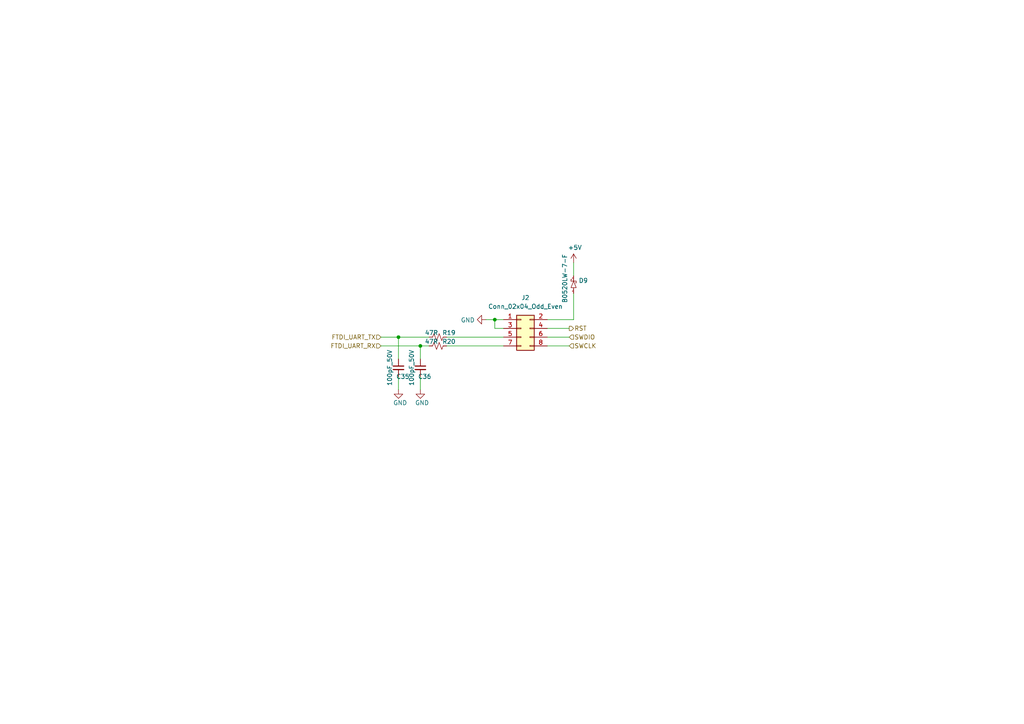
<source format=kicad_sch>
(kicad_sch (version 20231120) (generator "eeschema") (generator_version "8.0")
  (paper "A4")
  (lib_symbols
    (symbol "AKE_Capacitor:Capacitor_UnPolarised" (pin_numbers hide) (pin_names (offset 0.254) hide)
      (property "Reference" "C" (at 0.254 1.778 0))
      (property "Value" "Capacitor_UnPolarised" (at 0 -1.27 0))
      (symbol "Capacitor_UnPolarised_0_1"
        (polyline (pts (xy -1.524 -0.508) (xy 1.524 -0.508)) (stroke (width 0.3302)))
        (polyline (pts (xy -1.524 0.508) (xy 1.524 0.508)) (stroke (width 0.3048)))
      )
      (symbol "Capacitor_UnPolarised_1_1"
        (pin passive line (at 0 2.54 270) (length 2.032) (name "~") (number "1"))
        (pin passive line (at 0 -2.54 90) (length 2.032) (name "~") (number "2"))
      )
    )
    (symbol "AKE_Connector_Pinheader:Conn_02x04_Odd_Even" (pin_names (offset 1.016) hide)
      (property "Reference" "J" (at 1.27 5.08 0))
      (property "Value" "Conn_02x04_Odd_Even" (at 1.27 -7.62 0))
      (symbol "Conn_02x04_Odd_Even_1_1"
        (rectangle (start -1.27 -4.953) (end 0 -5.207) (stroke (width 0.1524)))
        (rectangle (start -1.27 -2.413) (end 0 -2.667) (stroke (width 0.1524)))
        (rectangle (start -1.27 0.127) (end 0 -0.127) (stroke (width 0.1524)))
        (rectangle (start -1.27 2.667) (end 0 2.413) (stroke (width 0.1524)))
        (rectangle (start -1.27 3.81) (end 3.81 -6.35) (stroke (width 0.254)) (fill (type background)))
        (rectangle (start 3.81 -4.953) (end 2.54 -5.207) (stroke (width 0.1524)))
        (rectangle (start 3.81 -2.413) (end 2.54 -2.667) (stroke (width 0.1524)))
        (rectangle (start 3.81 0.127) (end 2.54 -0.127) (stroke (width 0.1524)))
        (rectangle (start 3.81 2.667) (end 2.54 2.413) (stroke (width 0.1524)))
        (pin passive line (at -5.08 2.54 0) (length 3.81) (name "Pin_1") (number "1"))
        (pin passive line (at 7.62 2.54 180) (length 3.81) (name "Pin_2") (number "2"))
        (pin passive line (at -5.08 0 0) (length 3.81) (name "Pin_3") (number "3"))
        (pin passive line (at 7.62 0 180) (length 3.81) (name "Pin_4") (number "4"))
        (pin passive line (at -5.08 -2.54 0) (length 3.81) (name "Pin_5") (number "5"))
        (pin passive line (at 7.62 -2.54 180) (length 3.81) (name "Pin_6") (number "6"))
        (pin passive line (at -5.08 -5.08 0) (length 3.81) (name "Pin_7") (number "7"))
        (pin passive line (at 7.62 -5.08 180) (length 3.81) (name "Pin_8") (number "8"))
      )
    )
    (symbol "AKE_Diode:Diode_Schottky" (pin_names (offset 1.016))
      (property "Reference" "D" (at -6.35 1.27 0))
      (property "Value" "Diode_Schottky" (at -5.08 3.81 0))
      (symbol "Diode_Schottky_0_1"
        (polyline (pts (xy 1.27 1.27) (xy 1.524 1.27)) (stroke (width 0.1524)))
        (polyline (pts (xy 1.524 2.032) (xy 1.524 0.508)) (stroke (width 0.1524)))
        (polyline (pts (xy 2.032 2.032) (xy 2.032 1.778)) (stroke (width 0.1524)))
        (polyline (pts (xy 3.81 1.27) (xy 3.429 1.27)) (stroke (width 0.1524)))
        (polyline (pts (xy 1.524 0.508) (xy 1.016 0.508) (xy 1.016 0.762)) (stroke (width 0.1524)))
        (polyline (pts (xy 1.524 2.032) (xy 1.778 2.032) (xy 2.032 2.032)) (stroke (width 0.1524)))
        (polyline (pts (xy 1.524 1.27) (xy 3.429 2.032) (xy 3.429 0.508) (xy 1.524 1.27)) (stroke (width 0.1524)))
      )
      (symbol "Diode_Schottky_1_1"
        (pin passive line (at 0 1.27 0) (length 1.27) (name "~") (number "1"))
        (pin passive line (at 5.08 1.27 180) (length 1.27) (name "~") (number "2"))
      )
    )
    (symbol "AKE_Power:+5V" (power) (pin_names (offset 0))
      (property "Value" "+5V" (at 0 3.556 0))
      (symbol "+5V_0_1"
        (polyline (pts (xy -0.762 1.27) (xy 0 2.54)))
        (polyline (pts (xy 0 0) (xy 0 2.54)))
        (polyline (pts (xy 0 2.54) (xy 0.762 1.27)))
      )
      (symbol "+5V_1_1"
        (pin power_in line (at 0 0 90) (length 0) hide (name "+5V") (number "1"))
      )
    )
    (symbol "AKE_Power:GND" (power) (pin_names (offset 0))
      (property "Value" "GND" (at 0 -3.81 0))
      (symbol "GND_0_1"
        (polyline (pts (xy 0 0) (xy 0 -1.27) (xy 1.27 -1.27) (xy 0 -2.54) (xy -1.27 -1.27) (xy 0 -1.27)))
      )
      (symbol "GND_1_1"
        (pin power_in line (at 0 0 270) (length 0) hide (name "GND") (number "1"))
      )
    )
    (symbol "AKE_Resistor:Resistor_US" (pin_numbers hide) (pin_names (offset 0.254) hide)
      (property "Reference" "R" (at 0.762 0.508 0))
      (property "Value" "Resistor_US" (at 0.762 -1.016 0))
      (symbol "Resistor_US_1_1"
        (polyline (pts (xy 0 0) (xy 1.016 -0.381) (xy 0 -0.762) (xy -1.016 -1.143) (xy 0 -1.524)))
        (polyline (pts (xy 0 1.524) (xy 1.016 1.143) (xy 0 0.762) (xy -1.016 0.381) (xy 0 0)))
        (pin passive line (at 0 2.54 270) (length 1.016) (name "~") (number "1"))
        (pin passive line (at 0 -2.54 90) (length 1.016) (name "~") (number "2"))
      )
    )
  )
  (junction (at 115.57 97.79))
  (junction (at 121.92 100.33))
  (junction (at 143.51 92.71))
  (wire (pts (xy 121.92 104.14) (xy 121.92 100.33)))
  (wire (pts (xy 121.92 100.33) (xy 124.46 100.33)))
  (wire (pts (xy 165.1 97.79) (xy 158.75 97.79)))
  (wire (pts (xy 146.05 95.25) (xy 143.51 95.25)))
  (wire (pts (xy 110.49 100.33) (xy 121.92 100.33)))
  (wire (pts (xy 143.51 95.25) (xy 143.51 92.71)))
  (wire (pts (xy 158.75 92.71) (xy 166.37 92.71)))
  (wire (pts (xy 115.57 113.03) (xy 115.57 109.22)))
  (wire (pts (xy 115.57 104.14) (xy 115.57 97.79)))
  (wire (pts (xy 129.54 97.79) (xy 146.05 97.79)))
  (wire (pts (xy 165.1 95.25) (xy 158.75 95.25)))
  (wire (pts (xy 143.51 92.71) (xy 146.05 92.71)))
  (wire (pts (xy 166.37 92.71) (xy 166.37 85.09)))
  (wire (pts (xy 140.97 92.71) (xy 143.51 92.71)))
  (wire (pts (xy 124.46 97.79) (xy 115.57 97.79)))
  (wire (pts (xy 166.37 76.2) (xy 166.37 80.01)))
  (wire (pts (xy 121.92 113.03) (xy 121.92 109.22)))
  (wire (pts (xy 158.75 100.33) (xy 165.1 100.33)))
  (wire (pts (xy 146.05 100.33) (xy 129.54 100.33)))
  (wire (pts (xy 115.57 97.79) (xy 110.49 97.79)))
  (hierarchical_label "FTDI_UART_RX" (shape input) (at 110.49 100.33 180))
  (hierarchical_label "SWDIO" (shape input) (at 165.1 97.79 0))
  (hierarchical_label "RST" (shape output) (at 165.1 95.25 0))
  (hierarchical_label "SWCLK" (shape input) (at 165.1 100.33 0))
  (hierarchical_label "FTDI_UART_TX" (shape input) (at 110.49 97.79 180))
  (symbol (lib_id "AKE_Diode:Diode_Schottky") (at 165.1 80.01 270) (unit 1)
    (property "Reference" "D9" (at 167.8432 81.3816 90) (effects (justify left)))
    (property "Value" "B0520LW-7-F" (at 163.83 73.66 0) (effects (justify left)))
    (property "Footprint" "AKE_Diode_SMD:SOD-123" (effects (hide yes)))
    (property "MFG P/N" "B0520LW-7-F" (effects (hide yes)))
  )
  (symbol (lib_id "AKE_Capacitor:Capacitor_UnPolarised") (at 121.92 106.68 0) (mirror y) (unit 1)
    (property "Reference" "C36" (at 123.19 109.22 0))
    (property "Value" "100pF_50V" (at 119.38 106.68 90))
    (property "Footprint" "AKE_Capacitor_SMD:CAP_0603" (effects (hide yes)))
    (property "MFG P/N" "*" (effects (hide yes)))
  )
  (symbol (lib_id "AKE_Connector_Pinheader:Conn_02x04_Odd_Even") (at 151.13 95.25 0) (unit 1)
    (property "Reference" "J2" (at 152.4 86.36 0))
    (property "Value" "Conn_02x04_Odd_Even" (at 152.4 88.9 0))
    (property "Footprint" "AKE_Pinheader_TH:PinHeader_2x04_P2.54mm_Vertical" (effects (hide yes)))
    (property "Description" "Generic connector, double row, 02x04, odd/even pin numbering scheme (row 1 odd numbers, row 2 even numbers), script generated (kicad-library-utils/schlib/autogen/connector/)" (effects (hide yes)))
  )
  (symbol (lib_id "AKE_Power:+5V") (at 166.37 76.2 0) (unit 1)
    (property "Reference" "#PWR047" (effects (hide yes)))
    (property "Value" "+5V" (at 166.751 71.8058 0))
  )
  (symbol (lib_id "AKE_Capacitor:Capacitor_UnPolarised") (at 115.57 106.68 0) (mirror y) (unit 1)
    (property "Reference" "C35" (at 116.84 109.22 0))
    (property "Value" "100pF_50V" (at 113.03 106.68 90))
    (property "Footprint" "AKE_Capacitor_SMD:CAP_0603" (effects (hide yes)))
    (property "MFG P/N" "*" (effects (hide yes)))
  )
  (symbol (lib_id "AKE_Power:GND") (at 121.92 113.03 0) (unit 1)
    (property "Reference" "#PWR045" (effects (hide yes)))
    (property "Value" "GND" (at 124.46 116.84 0) (effects (justify right)))
  )
  (symbol (lib_id "AKE_Power:GND") (at 115.57 113.03 0) (unit 1)
    (property "Reference" "#PWR044" (effects (hide yes)))
    (property "Value" "GND" (at 118.11 116.84 0) (effects (justify right)))
  )
  (symbol (lib_id "AKE_Resistor:Resistor_US") (at 127 100.33 270) (unit 1)
    (property "Reference" "R20" (at 128.27 99.06 90) (effects (justify left)))
    (property "Value" "47R" (at 123.19 99.06 90) (effects (justify left)))
    (property "Footprint" "AKE_Resistor_SMD:RES_0603" (effects (hide yes)))
    (property "MFG P/N" "*" (effects (hide yes)))
  )
  (symbol (lib_id "AKE_Resistor:Resistor_US") (at 127 97.79 270) (unit 1)
    (property "Reference" "R19" (at 128.27 96.52 90) (effects (justify left)))
    (property "Value" "47R" (at 123.19 96.52 90) (effects (justify left)))
    (property "Footprint" "AKE_Resistor_SMD:RES_0603" (effects (hide yes)))
    (property "MFG P/N" "*" (effects (hide yes)))
  )
  (symbol (lib_id "AKE_Power:GND") (at 140.97 92.71 270) (unit 1)
    (property "Reference" "#PWR046" (effects (hide yes)))
    (property "Value" "GND" (at 137.7188 92.837 90) (effects (justify right)))
  )
)
</source>
